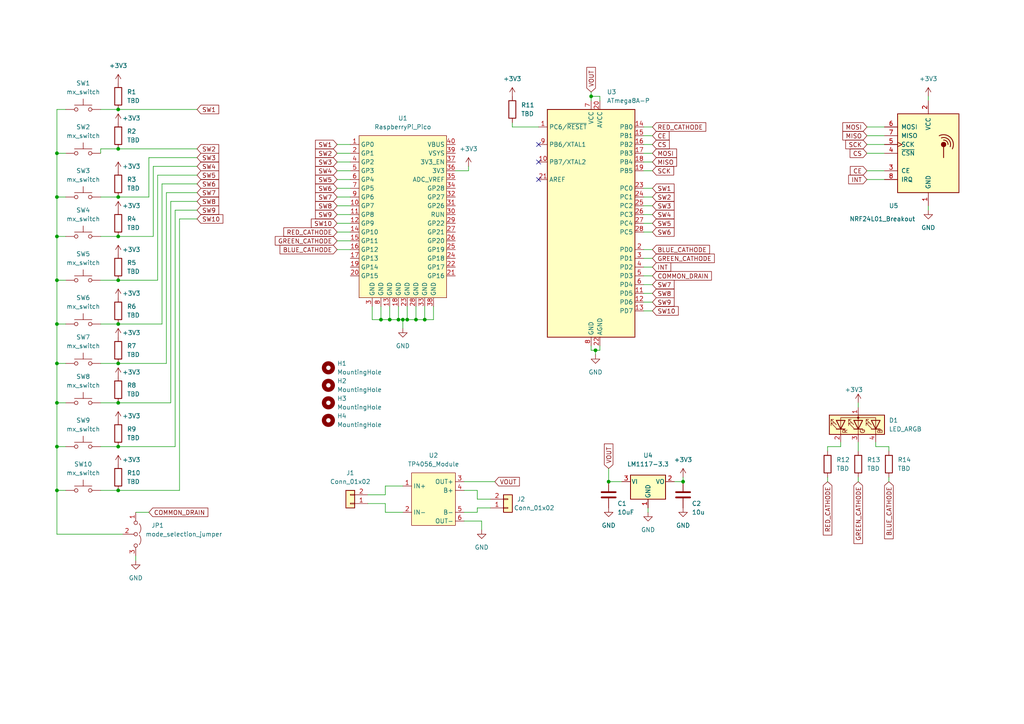
<source format=kicad_sch>
(kicad_sch (version 20211123) (generator eeschema)
  (paper "A4")
  (lib_symbols
    (symbol "Connector_Generic:Conn_01x02" (pin_names (offset 1.016) hide)
      (property "Reference" "J" (at 0 2.54 0))
      (property "Value" "Conn_01x02" (at 0 -5.08 0))
      (symbol "Conn_01x02_1_1"
        (rectangle (start -1.27 -2.413) (end 0 -2.667) (stroke (width 0.1524)))
        (rectangle (start -1.27 0.127) (end 0 -0.127) (stroke (width 0.1524)))
        (rectangle (start -1.27 1.27) (end 1.27 -3.81) (stroke (width 0.254)) (fill (type background)))
        (pin passive line (at -5.08 0 0) (length 3.81) (name "Pin_1") (number "1"))
        (pin passive line (at -5.08 -2.54 0) (length 3.81) (name "Pin_2") (number "2"))
      )
    )
    (symbol "Device:C" (pin_numbers hide) (pin_names (offset 0.254))
      (property "Reference" "C" (at 0.635 2.54 0))
      (property "Value" "C" (at 0.635 -2.54 0))
      (symbol "C_0_1"
        (polyline (pts (xy -2.032 -0.762) (xy 2.032 -0.762)) (stroke (width 0.508)))
        (polyline (pts (xy -2.032 0.762) (xy 2.032 0.762)) (stroke (width 0.508)))
      )
      (symbol "C_1_1"
        (pin passive line (at 0 3.81 270) (length 2.794) (name "~") (number "1"))
        (pin passive line (at 0 -3.81 90) (length 2.794) (name "~") (number "2"))
      )
    )
    (symbol "Device:LED_ARGB" (pin_names (offset 0) hide)
      (property "Reference" "D" (at 0 9.398 0))
      (property "Value" "LED_ARGB" (at 0 -8.89 0))
      (symbol "LED_ARGB_0_0"
        (text "B" (at -1.905 -6.35 0) (effects (font (size 1.27 1.27))))
        (text "G" (at -1.905 -1.27 0) (effects (font (size 1.27 1.27))))
        (text "R" (at -1.905 3.81 0) (effects (font (size 1.27 1.27))))
      )
      (symbol "LED_ARGB_0_1"
        (polyline (pts (xy -1.27 -5.08) (xy -2.54 -5.08)))
        (polyline (pts (xy -1.27 -5.08) (xy 1.27 -5.08)))
        (polyline (pts (xy -1.27 -3.81) (xy -1.27 -6.35)) (stroke (width 0.254)))
        (polyline (pts (xy -1.27 0) (xy -2.54 0)))
        (polyline (pts (xy -1.27 1.27) (xy -1.27 -1.27)) (stroke (width 0.254)))
        (polyline (pts (xy -1.27 5.08) (xy -2.54 5.08)))
        (polyline (pts (xy -1.27 5.08) (xy 1.27 5.08)))
        (polyline (pts (xy -1.27 6.35) (xy -1.27 3.81)) (stroke (width 0.254)))
        (polyline (pts (xy 1.27 0) (xy -1.27 0)))
        (polyline (pts (xy 1.27 0) (xy 2.54 0)))
        (polyline (pts (xy -1.27 1.27) (xy -1.27 -1.27) (xy -1.27 -1.27)))
        (polyline (pts (xy -1.27 6.35) (xy -1.27 3.81) (xy -1.27 3.81)))
        (polyline (pts (xy 1.27 -5.08) (xy 2.032 -5.08) (xy 2.032 5.08) (xy 1.27 5.08)))
        (polyline (pts (xy 1.27 -3.81) (xy 1.27 -6.35) (xy -1.27 -5.08) (xy 1.27 -3.81)) (stroke (width 0.254)))
        (polyline (pts (xy 1.27 1.27) (xy 1.27 -1.27) (xy -1.27 0) (xy 1.27 1.27)) (stroke (width 0.254)))
        (polyline (pts (xy 1.27 6.35) (xy 1.27 3.81) (xy -1.27 5.08) (xy 1.27 6.35)) (stroke (width 0.254)))
        (polyline (pts (xy -1.016 -3.81) (xy 0.508 -2.286) (xy -0.254 -2.286) (xy 0.508 -2.286) (xy 0.508 -3.048)))
        (polyline (pts (xy -1.016 1.27) (xy 0.508 2.794) (xy -0.254 2.794) (xy 0.508 2.794) (xy 0.508 2.032)))
        (polyline (pts (xy -1.016 6.35) (xy 0.508 7.874) (xy -0.254 7.874) (xy 0.508 7.874) (xy 0.508 7.112)))
        (polyline (pts (xy 0 -3.81) (xy 1.524 -2.286) (xy 0.762 -2.286) (xy 1.524 -2.286) (xy 1.524 -3.048)))
        (polyline (pts (xy 0 1.27) (xy 1.524 2.794) (xy 0.762 2.794) (xy 1.524 2.794) (xy 1.524 2.032)))
        (polyline (pts (xy 0 6.35) (xy 1.524 7.874) (xy 0.762 7.874) (xy 1.524 7.874) (xy 1.524 7.112)))
        (rectangle (start 1.27 -1.27) (end 1.27 1.27))
        (rectangle (start 1.27 1.27) (end 1.27 1.27))
        (rectangle (start 1.27 3.81) (end 1.27 6.35))
        (rectangle (start 1.27 6.35) (end 1.27 6.35))
        (circle (center 2.032 0) (radius 0.254) (fill (type outline)))
        (rectangle (start 2.794 8.382) (end -2.794 -7.62) (stroke (width 0.254)) (fill (type background)))
      )
      (symbol "LED_ARGB_1_1"
        (pin passive line (at 5.08 0 180) (length 2.54) (name "A") (number "1"))
        (pin passive line (at -5.08 5.08 0) (length 2.54) (name "RK") (number "2"))
        (pin passive line (at -5.08 0 0) (length 2.54) (name "GK") (number "3"))
        (pin passive line (at -5.08 -5.08 0) (length 2.54) (name "BK") (number "4"))
      )
    )
    (symbol "Device:R" (pin_numbers hide) (pin_names (offset 0))
      (property "Reference" "R" (at 2.032 0 90))
      (property "Value" "R" (at 0 0 90))
      (symbol "R_0_1"
        (rectangle (start -1.016 -2.54) (end 1.016 2.54) (stroke (width 0.254)))
      )
      (symbol "R_1_1"
        (pin passive line (at 0 3.81 270) (length 1.27) (name "~") (number "1"))
        (pin passive line (at 0 -3.81 90) (length 1.27) (name "~") (number "2"))
      )
    )
    (symbol "Jumper:Jumper_3_Open" (pin_names (offset 0) hide)
      (property "Reference" "JP" (at -2.54 -2.54 0))
      (property "Value" "Jumper_3_Open" (at 0 2.794 0))
      (symbol "Jumper_3_Open_0_0"
        (circle (center -3.302 0) (radius 0.508))
        (circle (center 0 0) (radius 0.508))
        (circle (center 3.302 0) (radius 0.508))
      )
      (symbol "Jumper_3_Open_0_1"
        (arc (start -0.254 1.016) (mid -1.651 1.4992) (end -3.048 1.016))
        (polyline (pts (xy 0 -0.508) (xy 0 -1.27)))
        (arc (start 3.048 1.016) (mid 1.651 1.4992) (end 0.254 1.016))
      )
      (symbol "Jumper_3_Open_1_1"
        (pin passive line (at -6.35 0 0) (length 2.54) (name "A") (number "1"))
        (pin passive line (at 0 -3.81 90) (length 2.54) (name "C") (number "2"))
        (pin passive line (at 6.35 0 180) (length 2.54) (name "B") (number "3"))
      )
    )
    (symbol "MCU_Microchip_ATmega:ATmega8A-P"
      (property "Reference" "U" (at -12.7 34.29 0))
      (property "Value" "ATmega8A-P" (at 5.08 -34.29 0))
      (symbol "ATmega8A-P_0_1"
        (rectangle (start -12.7 -33.02) (end 12.7 33.02) (stroke (width 0.254)) (fill (type background)))
      )
      (symbol "ATmega8A-P_1_1"
        (pin bidirectional line (at -15.24 27.94 0) (length 2.54) (name "PC6/~{RESET}") (number "1"))
        (pin bidirectional line (at -15.24 17.78 0) (length 2.54) (name "PB7/XTAL2") (number "10"))
        (pin bidirectional line (at 15.24 -20.32 180) (length 2.54) (name "PD5") (number "11"))
        (pin bidirectional line (at 15.24 -22.86 180) (length 2.54) (name "PD6") (number "12"))
        (pin bidirectional line (at 15.24 -25.4 180) (length 2.54) (name "PD7") (number "13"))
        (pin bidirectional line (at 15.24 27.94 180) (length 2.54) (name "PB0") (number "14"))
        (pin bidirectional line (at 15.24 25.4 180) (length 2.54) (name "PB1") (number "15"))
        (pin bidirectional line (at 15.24 22.86 180) (length 2.54) (name "PB2") (number "16"))
        (pin bidirectional line (at 15.24 20.32 180) (length 2.54) (name "PB3") (number "17"))
        (pin bidirectional line (at 15.24 17.78 180) (length 2.54) (name "PB4") (number "18"))
        (pin bidirectional line (at 15.24 15.24 180) (length 2.54) (name "PB5") (number "19"))
        (pin bidirectional line (at 15.24 -7.62 180) (length 2.54) (name "PD0") (number "2"))
        (pin power_in line (at 2.54 35.56 270) (length 2.54) (name "AVCC") (number "20"))
        (pin passive line (at -15.24 12.7 0) (length 2.54) (name "AREF") (number "21"))
        (pin power_in line (at 2.54 -35.56 90) (length 2.54) (name "AGND") (number "22"))
        (pin bidirectional line (at 15.24 10.16 180) (length 2.54) (name "PC0") (number "23"))
        (pin bidirectional line (at 15.24 7.62 180) (length 2.54) (name "PC1") (number "24"))
        (pin bidirectional line (at 15.24 5.08 180) (length 2.54) (name "PC2") (number "25"))
        (pin bidirectional line (at 15.24 2.54 180) (length 2.54) (name "PC3") (number "26"))
        (pin bidirectional line (at 15.24 0 180) (length 2.54) (name "PC4") (number "27"))
        (pin bidirectional line (at 15.24 -2.54 180) (length 2.54) (name "PC5") (number "28"))
        (pin bidirectional line (at 15.24 -10.16 180) (length 2.54) (name "PD1") (number "3"))
        (pin bidirectional line (at 15.24 -12.7 180) (length 2.54) (name "PD2") (number "4"))
        (pin bidirectional line (at 15.24 -15.24 180) (length 2.54) (name "PD3") (number "5"))
        (pin bidirectional line (at 15.24 -17.78 180) (length 2.54) (name "PD4") (number "6"))
        (pin power_in line (at 0 35.56 270) (length 2.54) (name "VCC") (number "7"))
        (pin power_in line (at 0 -35.56 90) (length 2.54) (name "GND") (number "8"))
        (pin bidirectional line (at -15.24 22.86 0) (length 2.54) (name "PB6/XTAL1") (number "9"))
      )
    )
    (symbol "Mechanical:MountingHole" (pin_names (offset 1.016))
      (property "Reference" "H" (at 0 5.08 0))
      (property "Value" "MountingHole" (at 0 3.175 0))
      (symbol "MountingHole_0_1"
        (circle (center 0 0) (radius 1.27) (stroke (width 1.27)))
      )
    )
    (symbol "RF:NRF24L01_Breakout" (pin_names (offset 1.016))
      (property "Reference" "U" (at -8.89 12.7 0))
      (property "Value" "NRF24L01_Breakout" (at 3.81 12.7 0))
      (symbol "NRF24L01_Breakout_0_1"
        (rectangle (start -8.89 11.43) (end 8.89 -11.43) (stroke (width 0.254)) (fill (type background)))
        (polyline (pts (xy 4.445 1.905) (xy 4.445 -1.27)) (stroke (width 0.254)))
        (circle (center 4.445 2.54) (radius 0.635) (stroke (width 0.254)) (fill (type outline)))
        (arc (start 5.715 2.54) (mid 5.3521 3.4546) (end 4.445 3.81) (stroke (width 0.254)))
        (arc (start 6.35 1.905) (mid 5.8763 3.9854) (end 3.81 4.445) (stroke (width 0.254)))
        (arc (start 6.985 1.27) (mid 6.453 4.548) (end 3.175 5.08) (stroke (width 0.254)))
      )
      (symbol "NRF24L01_Breakout_1_1"
        (pin power_in line (at 0 -15.24 90) (length 3.81) (name "GND") (number "1"))
        (pin power_in line (at 0 15.24 270) (length 3.81) (name "VCC") (number "2"))
        (pin input line (at -12.7 -5.08 0) (length 3.81) (name "CE") (number "3"))
        (pin input line (at -12.7 0 0) (length 3.81) (name "~{CSN}") (number "4"))
        (pin input clock (at -12.7 2.54 0) (length 3.81) (name "SCK") (number "5"))
        (pin input line (at -12.7 7.62 0) (length 3.81) (name "MOSI") (number "6"))
        (pin output line (at -12.7 5.08 0) (length 3.81) (name "MISO") (number "7"))
        (pin output line (at -12.7 -7.62 0) (length 3.81) (name "IRQ") (number "8"))
      )
    )
    (symbol "Regulator_Linear:LM1117-3.3" (pin_names (offset 0.254))
      (property "Reference" "U" (at -3.81 3.175 0))
      (property "Value" "LM1117-3.3" (at 0 3.175 0))
      (symbol "LM1117-3.3_0_1"
        (rectangle (start -5.08 -5.08) (end 5.08 1.905) (stroke (width 0.254)) (fill (type background)))
      )
      (symbol "LM1117-3.3_1_1"
        (pin power_in line (at 0 -7.62 90) (length 2.54) (name "GND") (number "1"))
        (pin power_out line (at 7.62 0 180) (length 2.54) (name "VO") (number "2"))
        (pin power_in line (at -7.62 0 0) (length 2.54) (name "VI") (number "3"))
      )
    )
    (symbol "Switch:SW_Push" (pin_numbers hide) (pin_names (offset 1.016) hide)
      (property "Reference" "SW" (at 1.27 2.54 0))
      (property "Value" "SW_Push" (at 0 -1.524 0))
      (symbol "SW_Push_0_1"
        (circle (center -2.032 0) (radius 0.508))
        (polyline (pts (xy 0 1.27) (xy 0 3.048)))
        (polyline (pts (xy 2.54 1.27) (xy -2.54 1.27)))
        (circle (center 2.032 0) (radius 0.508))
        (pin passive line (at -5.08 0 0) (length 2.54) (name "1") (number "1"))
        (pin passive line (at 5.08 0 180) (length 2.54) (name "2") (number "2"))
      )
    )
    (symbol "pi_pico:RaspberryPi_Pico"
      (property "Reference" "U" (at 0 5.08 0))
      (property "Value" "RaspberryPi_Pico" (at 0 2.54 0))
      (symbol "RaspberryPi_Pico_0_1"
        (rectangle (start -11.43 1.27) (end 13.97 -45.72) (fill (type background)))
      )
      (symbol "RaspberryPi_Pico_1_1"
        (pin input line (at -13.97 -1.27 0) (length 2.54) (name "GP0") (number "1"))
        (pin input line (at -13.97 -19.05 0) (length 2.54) (name "GP7") (number "10"))
        (pin input line (at -13.97 -21.59 0) (length 2.54) (name "GP8") (number "11"))
        (pin input line (at -13.97 -24.13 0) (length 2.54) (name "GP9") (number "12"))
        (pin input line (at -2.54 -48.26 90) (length 2.54) (name "GND") (number "13"))
        (pin input line (at -13.97 -26.67 0) (length 2.54) (name "GP10") (number "14"))
        (pin input line (at -13.97 -29.21 0) (length 2.54) (name "GP11") (number "15"))
        (pin input line (at -13.97 -31.75 0) (length 2.54) (name "GP12") (number "16"))
        (pin input line (at -13.97 -34.29 0) (length 2.54) (name "GP13") (number "17"))
        (pin input line (at 0 -48.26 90) (length 2.54) (name "GND") (number "18"))
        (pin input line (at -13.97 -36.83 0) (length 2.54) (name "GP14") (number "19"))
        (pin input line (at -13.97 -3.81 0) (length 2.54) (name "GP1") (number "2"))
        (pin input line (at -13.97 -39.37 0) (length 2.54) (name "GP15") (number "20"))
        (pin input line (at 16.51 -39.37 180) (length 2.54) (name "GP16") (number "21"))
        (pin input line (at 16.51 -36.83 180) (length 2.54) (name "GP17") (number "22"))
        (pin input line (at 2.54 -48.26 90) (length 2.54) (name "GND") (number "23"))
        (pin input line (at 16.51 -34.29 180) (length 2.54) (name "GP18") (number "24"))
        (pin input line (at 16.51 -31.75 180) (length 2.54) (name "GP19") (number "25"))
        (pin input line (at 16.51 -29.21 180) (length 2.54) (name "GP20") (number "26"))
        (pin input line (at 16.51 -26.67 180) (length 2.54) (name "GP21") (number "27"))
        (pin input line (at 5.08 -48.26 90) (length 2.54) (name "GND") (number "28"))
        (pin input line (at 16.51 -24.13 180) (length 2.54) (name "GP22") (number "29"))
        (pin input line (at -7.62 -48.26 90) (length 2.54) (name "GND") (number "3"))
        (pin input line (at 16.51 -21.59 180) (length 2.54) (name "RUN") (number "30"))
        (pin input line (at 16.51 -19.05 180) (length 2.54) (name "GP26") (number "31"))
        (pin input line (at 16.51 -16.51 180) (length 2.54) (name "GP27") (number "32"))
        (pin input line (at 7.62 -48.26 90) (length 2.54) (name "GND") (number "33"))
        (pin input line (at 16.51 -13.97 180) (length 2.54) (name "GP28") (number "34"))
        (pin input line (at 16.51 -11.43 180) (length 2.54) (name "ADC_VREF") (number "35"))
        (pin input line (at 16.51 -8.89 180) (length 2.54) (name "3V3") (number "36"))
        (pin input line (at 16.51 -6.35 180) (length 2.54) (name "3V3_EN") (number "37"))
        (pin input line (at 10.16 -48.26 90) (length 2.54) (name "GND") (number "38"))
        (pin input line (at 16.51 -3.81 180) (length 2.54) (name "VSYS") (number "39"))
        (pin input line (at -13.97 -6.35 0) (length 2.54) (name "GP2") (number "4"))
        (pin input line (at 16.51 -1.27 180) (length 2.54) (name "VBUS") (number "40"))
        (pin input line (at -13.97 -8.89 0) (length 2.54) (name "GP3") (number "5"))
        (pin input line (at -13.97 -11.43 0) (length 2.54) (name "GP4") (number "6"))
        (pin input line (at -13.97 -13.97 0) (length 2.54) (name "GP5") (number "7"))
        (pin input line (at -5.08 -48.26 90) (length 2.54) (name "GND") (number "8"))
        (pin input line (at -13.97 -16.51 0) (length 2.54) (name "GP6") (number "9"))
      )
    )
    (symbol "power:+3V3" (power) (pin_names (offset 0))
      (property "Value" "+3V3" (at 0 3.556 0))
      (symbol "+3V3_0_1"
        (polyline (pts (xy -0.762 1.27) (xy 0 2.54)))
        (polyline (pts (xy 0 0) (xy 0 2.54)))
        (polyline (pts (xy 0 2.54) (xy 0.762 1.27)))
      )
      (symbol "+3V3_1_1"
        (pin power_in line (at 0 0 90) (length 0) hide (name "+3V3") (number "1"))
      )
    )
    (symbol "power:GND" (power) (pin_names (offset 0))
      (property "Value" "GND" (at 0 -3.81 0))
      (symbol "GND_0_1"
        (polyline (pts (xy 0 0) (xy 0 -1.27) (xy 1.27 -1.27) (xy 0 -2.54) (xy -1.27 -1.27) (xy 0 -1.27)))
      )
      (symbol "GND_1_1"
        (pin power_in line (at 0 0 270) (length 0) hide (name "GND") (number "1"))
      )
    )
    (symbol "tp4056_module:TP4056_Module"
      (property "Reference" "U" (at 0 10.16 0))
      (property "Value" "TP4056_Module" (at 0 7.62 0))
      (symbol "TP4056_Module_0_1"
        (rectangle (start -6.35 6.35) (end 6.35 -8.89) (fill (type background)))
      )
      (symbol "TP4056_Module_1_1"
        (pin input line (at -8.89 2.54 0) (length 2.54) (name "IN+") (number "1"))
        (pin input line (at -8.89 -5.08 0) (length 2.54) (name "IN-") (number "2"))
        (pin input line (at 8.89 3.81 180) (length 2.54) (name "OUT+") (number "3"))
        (pin input line (at 8.89 1.27 180) (length 2.54) (name "B+") (number "4"))
        (pin input line (at 8.89 -5.08 180) (length 2.54) (name "B-") (number "5"))
        (pin input line (at 8.89 -7.62 180) (length 2.54) (name "OUT-") (number "6"))
      )
    )
  )
  (junction (at 16.51 105.41))
  (junction (at 34.29 57.15))
  (junction (at 120.65 92.71))
  (junction (at 16.51 93.98))
  (junction (at 34.29 116.84))
  (junction (at 34.29 81.28))
  (junction (at 110.49 92.71))
  (junction (at 16.51 44.45))
  (junction (at 118.11 92.71))
  (junction (at 34.29 142.24))
  (junction (at 116.84 92.71))
  (junction (at 176.53 139.7))
  (junction (at 16.51 57.15))
  (junction (at 198.12 139.7))
  (junction (at 34.29 43.18))
  (junction (at 34.29 105.41))
  (junction (at 16.51 116.84))
  (junction (at 171.45 27.94))
  (junction (at 34.29 31.75))
  (junction (at 172.72 101.6))
  (junction (at 123.19 92.71))
  (junction (at 113.03 92.71))
  (junction (at 34.29 93.98))
  (junction (at 16.51 81.28))
  (junction (at 34.29 68.58))
  (junction (at 16.51 129.54))
  (junction (at 16.51 68.58))
  (junction (at 16.51 142.24))
  (junction (at 34.29 129.54))
  (junction (at 115.57 92.71))
  (no_connect (at 156.21 52.07))
  (no_connect (at 156.21 41.91))
  (no_connect (at 156.21 46.99))
  (wire (pts (xy 251.46 39.37) (xy 256.54 39.37)))
  (wire (pts (xy 97.79 64.77) (xy 101.6 64.77)))
  (wire (pts (xy 16.51 81.28) (xy 16.51 93.98)))
  (wire (pts (xy 148.59 35.56) (xy 148.59 36.83)))
  (wire (pts (xy 186.69 62.23) (xy 189.23 62.23)))
  (wire (pts (xy 16.51 31.75) (xy 19.05 31.75)))
  (wire (pts (xy 44.45 68.58) (xy 34.29 68.58)))
  (wire (pts (xy 97.79 41.91) (xy 101.6 41.91)))
  (wire (pts (xy 97.79 52.07) (xy 101.6 52.07)))
  (wire (pts (xy 115.57 88.9) (xy 115.57 92.71)))
  (wire (pts (xy 186.69 74.93) (xy 189.23 74.93)))
  (wire (pts (xy 248.92 128.27) (xy 248.92 130.81)))
  (wire (pts (xy 187.96 147.32) (xy 187.96 148.59)))
  (wire (pts (xy 16.51 44.45) (xy 19.05 44.45)))
  (wire (pts (xy 57.15 48.26) (xy 44.45 48.26)))
  (wire (pts (xy 176.53 135.89) (xy 176.53 139.7)))
  (wire (pts (xy 120.65 92.71) (xy 118.11 92.71)))
  (wire (pts (xy 186.69 77.47) (xy 189.23 77.47)))
  (wire (pts (xy 138.43 148.59) (xy 134.62 148.59)))
  (wire (pts (xy 16.51 154.94) (xy 35.56 154.94)))
  (wire (pts (xy 111.76 148.59) (xy 111.76 146.05)))
  (wire (pts (xy 171.45 101.6) (xy 172.72 101.6)))
  (wire (pts (xy 111.76 143.51) (xy 106.68 143.51)))
  (wire (pts (xy 49.53 116.84) (xy 34.29 116.84)))
  (wire (pts (xy 148.59 36.83) (xy 156.21 36.83)))
  (wire (pts (xy 97.79 44.45) (xy 101.6 44.45)))
  (wire (pts (xy 97.79 62.23) (xy 101.6 62.23)))
  (wire (pts (xy 171.45 100.33) (xy 171.45 101.6)))
  (wire (pts (xy 29.21 43.18) (xy 29.21 44.45)))
  (wire (pts (xy 171.45 27.94) (xy 173.99 27.94)))
  (wire (pts (xy 29.21 81.28) (xy 34.29 81.28)))
  (wire (pts (xy 39.37 148.59) (xy 43.18 148.59)))
  (wire (pts (xy 172.72 102.87) (xy 172.72 101.6)))
  (wire (pts (xy 251.46 44.45) (xy 256.54 44.45)))
  (wire (pts (xy 50.8 60.96) (xy 57.15 60.96)))
  (wire (pts (xy 116.84 95.25) (xy 116.84 92.71)))
  (wire (pts (xy 16.51 142.24) (xy 19.05 142.24)))
  (wire (pts (xy 125.73 92.71) (xy 123.19 92.71)))
  (wire (pts (xy 111.76 140.97) (xy 116.84 140.97)))
  (wire (pts (xy 52.07 63.5) (xy 52.07 142.24)))
  (wire (pts (xy 16.51 105.41) (xy 16.51 116.84)))
  (wire (pts (xy 171.45 27.94) (xy 171.45 29.21)))
  (wire (pts (xy 50.8 129.54) (xy 50.8 60.96)))
  (wire (pts (xy 138.43 142.24) (xy 138.43 144.78)))
  (wire (pts (xy 34.29 57.15) (xy 29.21 57.15)))
  (wire (pts (xy 34.29 81.28) (xy 45.72 81.28)))
  (wire (pts (xy 142.24 147.32) (xy 138.43 147.32)))
  (wire (pts (xy 186.69 54.61) (xy 189.23 54.61)))
  (wire (pts (xy 16.51 116.84) (xy 19.05 116.84)))
  (wire (pts (xy 189.23 80.01) (xy 186.69 80.01)))
  (wire (pts (xy 248.92 138.43) (xy 248.92 139.7)))
  (wire (pts (xy 57.15 53.34) (xy 46.99 53.34)))
  (wire (pts (xy 48.26 55.88) (xy 57.15 55.88)))
  (wire (pts (xy 240.03 129.54) (xy 240.03 130.81)))
  (wire (pts (xy 173.99 27.94) (xy 173.99 29.21)))
  (wire (pts (xy 16.51 57.15) (xy 16.51 68.58)))
  (wire (pts (xy 16.51 142.24) (xy 16.51 154.94)))
  (wire (pts (xy 34.29 116.84) (xy 29.21 116.84)))
  (wire (pts (xy 49.53 58.42) (xy 49.53 116.84)))
  (wire (pts (xy 186.69 39.37) (xy 189.23 39.37)))
  (wire (pts (xy 186.69 64.77) (xy 189.23 64.77)))
  (wire (pts (xy 248.92 116.84) (xy 248.92 118.11)))
  (wire (pts (xy 138.43 147.32) (xy 138.43 148.59)))
  (wire (pts (xy 16.51 57.15) (xy 16.51 44.45)))
  (wire (pts (xy 186.69 87.63) (xy 189.23 87.63)))
  (wire (pts (xy 16.51 68.58) (xy 16.51 81.28)))
  (wire (pts (xy 29.21 129.54) (xy 34.29 129.54)))
  (wire (pts (xy 134.62 139.7) (xy 143.51 139.7)))
  (wire (pts (xy 240.03 138.43) (xy 240.03 139.7)))
  (wire (pts (xy 97.79 67.31) (xy 101.6 67.31)))
  (wire (pts (xy 43.18 45.72) (xy 43.18 57.15)))
  (wire (pts (xy 186.69 57.15) (xy 189.23 57.15)))
  (wire (pts (xy 243.84 129.54) (xy 240.03 129.54)))
  (wire (pts (xy 16.51 129.54) (xy 16.51 142.24)))
  (wire (pts (xy 97.79 46.99) (xy 101.6 46.99)))
  (wire (pts (xy 176.53 139.7) (xy 180.34 139.7)))
  (wire (pts (xy 107.95 92.71) (xy 107.95 88.9)))
  (wire (pts (xy 29.21 105.41) (xy 34.29 105.41)))
  (wire (pts (xy 16.51 68.58) (xy 19.05 68.58)))
  (wire (pts (xy 186.69 41.91) (xy 189.23 41.91)))
  (wire (pts (xy 39.37 161.29) (xy 39.37 162.56)))
  (wire (pts (xy 34.29 43.18) (xy 29.21 43.18)))
  (wire (pts (xy 97.79 72.39) (xy 101.6 72.39)))
  (wire (pts (xy 186.69 59.69) (xy 189.23 59.69)))
  (wire (pts (xy 123.19 88.9) (xy 123.19 92.71)))
  (wire (pts (xy 172.72 101.6) (xy 173.99 101.6)))
  (wire (pts (xy 43.18 57.15) (xy 34.29 57.15)))
  (wire (pts (xy 115.57 92.71) (xy 113.03 92.71)))
  (wire (pts (xy 110.49 88.9) (xy 110.49 92.71)))
  (wire (pts (xy 251.46 41.91) (xy 256.54 41.91)))
  (wire (pts (xy 34.29 129.54) (xy 50.8 129.54)))
  (wire (pts (xy 186.69 46.99) (xy 189.23 46.99)))
  (wire (pts (xy 269.24 27.94) (xy 269.24 29.21)))
  (wire (pts (xy 57.15 58.42) (xy 49.53 58.42)))
  (wire (pts (xy 186.69 85.09) (xy 189.23 85.09)))
  (wire (pts (xy 16.51 105.41) (xy 19.05 105.41)))
  (wire (pts (xy 139.7 153.67) (xy 139.7 151.13)))
  (wire (pts (xy 16.51 81.28) (xy 19.05 81.28)))
  (wire (pts (xy 198.12 139.7) (xy 198.12 138.43)))
  (wire (pts (xy 173.99 101.6) (xy 173.99 100.33)))
  (wire (pts (xy 46.99 53.34) (xy 46.99 93.98)))
  (wire (pts (xy 251.46 49.53) (xy 256.54 49.53)))
  (wire (pts (xy 186.69 49.53) (xy 189.23 49.53)))
  (wire (pts (xy 171.45 26.67) (xy 171.45 27.94)))
  (wire (pts (xy 97.79 69.85) (xy 101.6 69.85)))
  (wire (pts (xy 186.69 67.31) (xy 189.23 67.31)))
  (wire (pts (xy 16.51 57.15) (xy 19.05 57.15)))
  (wire (pts (xy 269.24 59.69) (xy 269.24 60.96)))
  (wire (pts (xy 16.51 44.45) (xy 16.51 31.75)))
  (wire (pts (xy 116.84 92.71) (xy 115.57 92.71)))
  (wire (pts (xy 106.68 146.05) (xy 111.76 146.05)))
  (wire (pts (xy 29.21 93.98) (xy 34.29 93.98)))
  (wire (pts (xy 254 128.27) (xy 254 129.54)))
  (wire (pts (xy 251.46 52.07) (xy 256.54 52.07)))
  (wire (pts (xy 118.11 88.9) (xy 118.11 92.71)))
  (wire (pts (xy 110.49 92.71) (xy 107.95 92.71)))
  (wire (pts (xy 16.51 93.98) (xy 16.51 105.41)))
  (wire (pts (xy 34.29 93.98) (xy 46.99 93.98)))
  (wire (pts (xy 57.15 45.72) (xy 43.18 45.72)))
  (wire (pts (xy 118.11 92.71) (xy 116.84 92.71)))
  (wire (pts (xy 34.29 68.58) (xy 29.21 68.58)))
  (wire (pts (xy 57.15 63.5) (xy 52.07 63.5)))
  (wire (pts (xy 97.79 59.69) (xy 101.6 59.69)))
  (wire (pts (xy 45.72 81.28) (xy 45.72 50.8)))
  (wire (pts (xy 34.29 105.41) (xy 48.26 105.41)))
  (wire (pts (xy 97.79 54.61) (xy 101.6 54.61)))
  (wire (pts (xy 186.69 44.45) (xy 189.23 44.45)))
  (wire (pts (xy 135.89 49.53) (xy 135.89 48.26)))
  (wire (pts (xy 186.69 72.39) (xy 189.23 72.39)))
  (wire (pts (xy 134.62 142.24) (xy 138.43 142.24)))
  (wire (pts (xy 257.81 138.43) (xy 257.81 139.7)))
  (wire (pts (xy 97.79 49.53) (xy 101.6 49.53)))
  (wire (pts (xy 48.26 105.41) (xy 48.26 55.88)))
  (wire (pts (xy 116.84 148.59) (xy 111.76 148.59)))
  (wire (pts (xy 44.45 48.26) (xy 44.45 68.58)))
  (wire (pts (xy 52.07 142.24) (xy 34.29 142.24)))
  (wire (pts (xy 125.73 88.9) (xy 125.73 92.71)))
  (wire (pts (xy 34.29 31.75) (xy 29.21 31.75)))
  (wire (pts (xy 57.15 43.18) (xy 34.29 43.18)))
  (wire (pts (xy 111.76 140.97) (xy 111.76 143.51)))
  (wire (pts (xy 138.43 144.78) (xy 142.24 144.78)))
  (wire (pts (xy 16.51 93.98) (xy 19.05 93.98)))
  (wire (pts (xy 120.65 88.9) (xy 120.65 92.71)))
  (wire (pts (xy 243.84 128.27) (xy 243.84 129.54)))
  (wire (pts (xy 113.03 88.9) (xy 113.03 92.71)))
  (wire (pts (xy 186.69 90.17) (xy 189.23 90.17)))
  (wire (pts (xy 139.7 151.13) (xy 134.62 151.13)))
  (wire (pts (xy 132.08 49.53) (xy 135.89 49.53)))
  (wire (pts (xy 16.51 116.84) (xy 16.51 129.54)))
  (wire (pts (xy 34.29 31.75) (xy 57.15 31.75)))
  (wire (pts (xy 123.19 92.71) (xy 120.65 92.71)))
  (wire (pts (xy 257.81 129.54) (xy 257.81 130.81)))
  (wire (pts (xy 195.58 139.7) (xy 198.12 139.7)))
  (wire (pts (xy 186.69 36.83) (xy 189.23 36.83)))
  (wire (pts (xy 19.05 129.54) (xy 16.51 129.54)))
  (wire (pts (xy 113.03 92.71) (xy 110.49 92.71)))
  (wire (pts (xy 254 129.54) (xy 257.81 129.54)))
  (wire (pts (xy 45.72 50.8) (xy 57.15 50.8)))
  (wire (pts (xy 97.79 57.15) (xy 101.6 57.15)))
  (wire (pts (xy 186.69 82.55) (xy 189.23 82.55)))
  (wire (pts (xy 34.29 142.24) (xy 29.21 142.24)))
  (wire (pts (xy 251.46 36.83) (xy 256.54 36.83)))
  (global_label "SW3" (shape input) (at 97.79 46.99 180) (property "Intersheet References" "${INTERSHEET_REFS}" (effects hide)))
  (global_label "GREEN_CATHODE" (shape input) (at 248.92 139.7 270) (property "Intersheet References" "${INTERSHEET_REFS}" (effects hide)))
  (global_label "SW3" (shape input) (at 189.23 59.69 0) (property "Intersheet References" "${INTERSHEET_REFS}" (effects hide)))
  (global_label "MOSI" (shape input) (at 189.23 44.45 0) (property "Intersheet References" "${INTERSHEET_REFS}" (effects hide)))
  (global_label "SW9" (shape input) (at 97.79 62.23 180) (property "Intersheet References" "${INTERSHEET_REFS}" (effects hide)))
  (global_label "SW10" (shape input) (at 189.23 90.17 0) (property "Intersheet References" "${INTERSHEET_REFS}" (effects hide)))
  (global_label "SW4" (shape input) (at 57.15 48.26 0) (property "Intersheet References" "${INTERSHEET_REFS}" (effects hide)))
  (global_label "SW9" (shape input) (at 189.23 87.63 0) (property "Intersheet References" "${INTERSHEET_REFS}" (effects hide)))
  (global_label "SW4" (shape input) (at 189.23 62.23 0) (property "Intersheet References" "${INTERSHEET_REFS}" (effects hide)))
  (global_label "SW2" (shape input) (at 57.15 43.18 0) (property "Intersheet References" "${INTERSHEET_REFS}" (effects hide)))
  (global_label "COMMON_DRAIN" (shape input) (at 189.23 80.01 0) (property "Intersheet References" "${INTERSHEET_REFS}" (effects hide)))
  (global_label "SW2" (shape input) (at 97.79 44.45 180) (property "Intersheet References" "${INTERSHEET_REFS}" (effects hide)))
  (global_label "SW4" (shape input) (at 97.79 49.53 180) (property "Intersheet References" "${INTERSHEET_REFS}" (effects hide)))
  (global_label "SW7" (shape input) (at 189.23 82.55 0) (property "Intersheet References" "${INTERSHEET_REFS}" (effects hide)))
  (global_label "INT" (shape input) (at 189.23 77.47 0) (property "Intersheet References" "${INTERSHEET_REFS}" (effects hide)))
  (global_label "SW1" (shape input) (at 189.23 54.61 0) (property "Intersheet References" "${INTERSHEET_REFS}" (effects hide)))
  (global_label "SW10" (shape input) (at 97.79 64.77 180) (property "Intersheet References" "${INTERSHEET_REFS}" (effects hide)))
  (global_label "SW6" (shape input) (at 97.79 54.61 180) (property "Intersheet References" "${INTERSHEET_REFS}" (effects hide)))
  (global_label "SW5" (shape input) (at 189.23 64.77 0) (property "Intersheet References" "${INTERSHEET_REFS}" (effects hide)))
  (global_label "SW10" (shape input) (at 57.15 63.5 0) (property "Intersheet References" "${INTERSHEET_REFS}" (effects hide)))
  (global_label "SW8" (shape input) (at 189.23 85.09 0) (property "Intersheet References" "${INTERSHEET_REFS}" (effects hide)))
  (global_label "RED_CATHODE" (shape input) (at 97.79 67.31 180) (property "Intersheet References" "${INTERSHEET_REFS}" (effects hide)))
  (global_label "SCK" (shape input) (at 251.46 41.91 180) (property "Intersheet References" "${INTERSHEET_REFS}" (effects hide)))
  (global_label "SW5" (shape input) (at 97.79 52.07 180) (property "Intersheet References" "${INTERSHEET_REFS}" (effects hide)))
  (global_label "GREEN_CATHODE" (shape input) (at 97.79 69.85 180) (property "Intersheet References" "${INTERSHEET_REFS}" (effects hide)))
  (global_label "CE" (shape input) (at 251.46 49.53 180) (property "Intersheet References" "${INTERSHEET_REFS}" (effects hide)))
  (global_label "MISO" (shape input) (at 189.23 46.99 0) (property "Intersheet References" "${INTERSHEET_REFS}" (effects hide)))
  (global_label "MOSI" (shape input) (at 251.46 36.83 180) (property "Intersheet References" "${INTERSHEET_REFS}" (effects hide)))
  (global_label "SW2" (shape input) (at 189.23 57.15 0) (property "Intersheet References" "${INTERSHEET_REFS}" (effects hide)))
  (global_label "SW6" (shape input) (at 189.23 67.31 0) (property "Intersheet References" "${INTERSHEET_REFS}" (effects hide)))
  (global_label "COMMON_DRAIN" (shape input) (at 43.18 148.59 0) (property "Intersheet References" "${INTERSHEET_REFS}" (effects hide)))
  (global_label "BLUE_CATHODE" (shape input) (at 189.23 72.39 0) (property "Intersheet References" "${INTERSHEET_REFS}" (effects hide)))
  (global_label "SW8" (shape input) (at 97.79 59.69 180) (property "Intersheet References" "${INTERSHEET_REFS}" (effects hide)))
  (global_label "SW5" (shape input) (at 57.15 50.8 0) (property "Intersheet References" "${INTERSHEET_REFS}" (effects hide)))
  (global_label "SW8" (shape input) (at 57.15 58.42 0) (property "Intersheet References" "${INTERSHEET_REFS}" (effects hide)))
  (global_label "SCK" (shape input) (at 189.23 49.53 0) (property "Intersheet References" "${INTERSHEET_REFS}" (effects hide)))
  (global_label "RED_CATHODE" (shape input) (at 189.23 36.83 0) (property "Intersheet References" "${INTERSHEET_REFS}" (effects hide)))
  (global_label "SW1" (shape input) (at 97.79 41.91 180) (property "Intersheet References" "${INTERSHEET_REFS}" (effects hide)))
  (global_label "SW6" (shape input) (at 57.15 53.34 0) (property "Intersheet References" "${INTERSHEET_REFS}" (effects hide)))
  (global_label "RED_CATHODE" (shape input) (at 240.03 139.7 270) (property "Intersheet References" "${INTERSHEET_REFS}" (effects hide)))
  (global_label "SW1" (shape input) (at 57.15 31.75 0) (property "Intersheet References" "${INTERSHEET_REFS}" (effects hide)))
  (global_label "BLUE_CATHODE" (shape input) (at 97.79 72.39 180) (property "Intersheet References" "${INTERSHEET_REFS}" (effects hide)))
  (global_label "MISO" (shape input) (at 251.46 39.37 180) (property "Intersheet References" "${INTERSHEET_REFS}" (effects hide)))
  (global_label "VOUT" (shape input) (at 176.53 135.89 90) (property "Intersheet References" "${INTERSHEET_REFS}" (effects hide)))
  (global_label "VOUT" (shape input) (at 143.51 139.7 0) (property "Intersheet References" "${INTERSHEET_REFS}" (effects hide)))
  (global_label "SW3" (shape input) (at 57.15 45.72 0) (property "Intersheet References" "${INTERSHEET_REFS}" (effects hide)))
  (global_label "SW7" (shape input) (at 97.79 57.15 180) (property "Intersheet References" "${INTERSHEET_REFS}" (effects hide)))
  (global_label "VOUT" (shape input) (at 171.45 26.67 90) (property "Intersheet References" "${INTERSHEET_REFS}" (effects hide)))
  (global_label "SW9" (shape input) (at 57.15 60.96 0) (property "Intersheet References" "${INTERSHEET_REFS}" (effects hide)))
  (global_label "CE" (shape input) (at 189.23 39.37 0) (property "Intersheet References" "${INTERSHEET_REFS}" (effects hide)))
  (global_label "GREEN_CATHODE" (shape input) (at 189.23 74.93 0) (property "Intersheet References" "${INTERSHEET_REFS}" (effects hide)))
  (global_label "BLUE_CATHODE" (shape input) (at 257.81 139.7 270) (property "Intersheet References" "${INTERSHEET_REFS}" (effects hide)))
  (global_label "CS" (shape input) (at 189.23 41.91 0) (property "Intersheet References" "${INTERSHEET_REFS}" (effects hide)))
  (global_label "CS" (shape input) (at 251.46 44.45 180) (property "Intersheet References" "${INTERSHEET_REFS}" (effects hide)))
  (global_label "INT" (shape input) (at 251.46 52.07 180) (property "Intersheet References" "${INTERSHEET_REFS}" (effects hide)))
  (global_label "SW7" (shape input) (at 57.15 55.88 0) (property "Intersheet References" "${INTERSHEET_REFS}" (effects hide)))
  (symbol (lib_id "Device:R") (at 34.29 53.34 0) (unit 1)
    (property "Reference" "R3" (at 36.83 52.0699 0) (effects (justify left)))
    (property "Value" "TBD" (at 36.83 54.6099 0) (effects (justify left)))
    (property "Footprint" "Resistor_SMD:R_1206_3216Metric" (effects hide))
  )
  (symbol (lib_id "power:GND") (at 39.37 162.56 0) (unit 1)
    (property "Reference" "#PWR0101" (effects hide))
    (property "Value" "GND" (at 39.37 167.64 0))
  )
  (symbol (lib_id "pi_pico:RaspberryPi_Pico") (at 115.57 40.64 0) (unit 1)
    (property "Reference" "U1" (at 116.84 34.29 0))
    (property "Value" "RaspberryPi_Pico" (at 116.84 36.83 0))
    (property "Footprint" "pi_pico:raspberry_pi_pico" (effects hide))
    (property "Datasheet" "https://www.raspberrypi.com/documentation/microcontrollers/raspberry-pi-pico.html#design-files" (effects hide))
  )
  (symbol (lib_id "Switch:SW_Push") (at 24.13 93.98 0) (unit 1)
    (property "Reference" "SW6" (at 24.13 86.36 0))
    (property "Value" "mx_switch" (at 24.13 88.9 0))
    (property "Footprint" "Button_Switch_Keyboard:SW_Cherry_MX_1.00u_PCB" (effects hide))
  )
  (symbol (lib_id "Device:R") (at 34.29 39.37 0) (unit 1)
    (property "Reference" "R2" (at 36.83 38.0999 0) (effects (justify left)))
    (property "Value" "TBD" (at 36.83 40.6399 0) (effects (justify left)))
    (property "Footprint" "Resistor_SMD:R_1206_3216Metric" (effects hide))
  )
  (symbol (lib_id "Switch:SW_Push") (at 24.13 116.84 0) (unit 1)
    (property "Reference" "SW8" (at 24.13 109.22 0))
    (property "Value" "mx_switch" (at 24.13 111.76 0))
    (property "Footprint" "Button_Switch_Keyboard:SW_Cherry_MX_1.00u_PCB" (effects hide))
  )
  (symbol (lib_id "Device:R") (at 34.29 101.6 0) (unit 1)
    (property "Reference" "R7" (at 36.83 100.3299 0) (effects (justify left)))
    (property "Value" "TBD" (at 36.83 102.8699 0) (effects (justify left)))
    (property "Footprint" "Resistor_SMD:R_1206_3216Metric" (effects hide))
  )
  (symbol (lib_id "Device:R") (at 240.03 134.62 0) (unit 1)
    (property "Reference" "R12" (at 242.57 133.3499 0) (effects (justify left)))
    (property "Value" "TBD" (at 242.57 135.8899 0) (effects (justify left)))
    (property "Footprint" "Resistor_SMD:R_1206_3216Metric" (effects hide))
  )
  (symbol (lib_id "power:+3V3") (at 34.29 109.22 0) (unit 1)
    (property "Reference" "#PWR0107" (effects hide))
    (property "Value" "+3V3" (at 38.1 107.95 0))
  )
  (symbol (lib_id "Device:LED_ARGB") (at 248.92 123.19 90) (unit 1)
    (property "Reference" "D1" (at 257.81 121.9199 90) (effects (justify right)))
    (property "Value" "LED_ARGB" (at 257.81 124.4599 90) (effects (justify right)))
    (property "Footprint" "Connector_PinHeader_1.27mm:PinHeader_1x04_P1.27mm_Vertical" (effects hide))
  )
  (symbol (lib_id "Regulator_Linear:LM1117-3.3") (at 187.96 139.7 0) (unit 1)
    (property "Reference" "U4" (at 187.96 132.08 0))
    (property "Value" "LM1117-3.3" (at 187.96 134.62 0))
    (property "Footprint" "Package_TO_SOT_SMD:SOT-223" (effects hide))
    (property "Datasheet" "http://www.ti.com/lit/ds/symlink/lm1117.pdf" (effects hide))
  )
  (symbol (lib_id "power:+3V3") (at 34.29 35.56 0) (unit 1)
    (property "Reference" "#PWR0108" (effects hide))
    (property "Value" "+3V3" (at 38.1 34.29 0))
  )
  (symbol (lib_id "power:GND") (at 198.12 147.32 0) (unit 1)
    (property "Reference" "#PWR07" (effects hide))
    (property "Value" "GND" (at 198.12 152.4 0))
  )
  (symbol (lib_id "Mechanical:MountingHole") (at 95.25 121.92 0) (unit 1)
    (property "Reference" "H4" (at 97.79 120.6499 0) (effects (justify left)))
    (property "Value" "MountingHole" (at 97.79 123.1899 0) (effects (justify left)))
    (property "Footprint" "MountingHole:MountingHole_5mm" (effects hide))
  )
  (symbol (lib_id "Device:R") (at 248.92 134.62 0) (unit 1)
    (property "Reference" "R13" (at 251.46 133.3499 0) (effects (justify left)))
    (property "Value" "TBD" (at 251.46 135.8899 0) (effects (justify left)))
    (property "Footprint" "Resistor_SMD:R_1206_3216Metric" (effects hide))
  )
  (symbol (lib_id "Device:R") (at 148.59 31.75 0) (unit 1)
    (property "Reference" "R11" (at 151.13 30.4799 0) (effects (justify left)))
    (property "Value" "TBD" (at 151.13 33.0199 0) (effects (justify left)))
    (property "Footprint" "Resistor_SMD:R_1206_3216Metric" (effects hide))
  )
  (symbol (lib_id "Device:R") (at 34.29 64.77 0) (unit 1)
    (property "Reference" "R4" (at 36.83 63.4999 0) (effects (justify left)))
    (property "Value" "TBD" (at 36.83 66.0399 0) (effects (justify left)))
    (property "Footprint" "Resistor_SMD:R_1206_3216Metric" (effects hide))
  )
  (symbol (lib_id "power:+3V3") (at 34.29 86.36 0) (unit 1)
    (property "Reference" "#PWR0104" (effects hide))
    (property "Value" "+3V3" (at 38.1 85.09 0))
  )
  (symbol (lib_id "Device:C") (at 198.12 143.51 0) (unit 1)
    (property "Reference" "C2" (at 200.66 146.05 0) (effects (justify left)))
    (property "Value" "10u" (at 200.66 148.59 0) (effects (justify left)))
    (property "Footprint" "Capacitor_SMD:C_0805_2012Metric_Pad1.18x1.45mm_HandSolder" (effects hide))
  )
  (symbol (lib_id "power:GND") (at 116.84 95.25 0) (unit 1)
    (property "Reference" "#PWR01" (effects hide))
    (property "Value" "GND" (at 116.84 100.33 0))
  )
  (symbol (lib_id "power:+3V3") (at 34.29 134.62 0) (unit 1)
    (property "Reference" "#PWR0105" (effects hide))
    (property "Value" "+3V3" (at 38.1 133.35 0))
  )
  (symbol (lib_id "Switch:SW_Push") (at 24.13 68.58 0) (unit 1)
    (property "Reference" "SW4" (at 24.13 60.96 0))
    (property "Value" "mx_switch" (at 24.13 63.5 0))
    (property "Footprint" "Button_Switch_Keyboard:SW_Cherry_MX_1.00u_PCB" (effects hide))
  )
  (symbol (lib_id "power:+3V3") (at 198.12 138.43 0) (unit 1)
    (property "Reference" "#PWR06" (effects hide))
    (property "Value" "+3V3" (at 198.12 133.35 0))
  )
  (symbol (lib_id "tp4056_module:TP4056_Module") (at 125.73 143.51 0) (unit 1)
    (property "Reference" "U2" (at 125.73 132.08 0))
    (property "Value" "TP4056_Module" (at 125.73 134.62 0))
    (property "Footprint" "modules:tp4056_module" (effects hide))
  )
  (symbol (lib_id "Connector_Generic:Conn_01x02") (at 147.32 147.32 0) (mirror x) (unit 1)
    (property "Reference" "J2" (at 151.13 144.78 0))
    (property "Value" "Conn_01x02" (at 154.94 147.32 0))
    (property "Footprint" "Connector_PinHeader_2.54mm:PinHeader_1x02_P2.54mm_Vertical" (effects hide))
  )
  (symbol (lib_id "power:+3V3") (at 34.29 97.79 0) (unit 1)
    (property "Reference" "#PWR0102" (effects hide))
    (property "Value" "+3V3" (at 38.1 96.52 0))
  )
  (symbol (lib_id "Switch:SW_Push") (at 24.13 81.28 0) (unit 1)
    (property "Reference" "SW5" (at 24.13 73.66 0))
    (property "Value" "mx_switch" (at 24.13 76.2 0))
    (property "Footprint" "Button_Switch_Keyboard:SW_Cherry_MX_1.00u_PCB" (effects hide))
  )
  (symbol (lib_id "Device:R") (at 257.81 134.62 0) (unit 1)
    (property "Reference" "R14" (at 260.35 133.3499 0) (effects (justify left)))
    (property "Value" "TBD" (at 260.35 135.8899 0) (effects (justify left)))
    (property "Footprint" "Resistor_SMD:R_1206_3216Metric" (effects hide))
  )
  (symbol (lib_id "Device:R") (at 34.29 90.17 0) (unit 1)
    (property "Reference" "R6" (at 36.83 88.8999 0) (effects (justify left)))
    (property "Value" "TBD" (at 36.83 91.4399 0) (effects (justify left)))
    (property "Footprint" "Resistor_SMD:R_1206_3216Metric" (effects hide))
  )
  (symbol (lib_id "power:+3V3") (at 34.29 60.96 0) (unit 1)
    (property "Reference" "#PWR0110" (effects hide))
    (property "Value" "+3V3" (at 38.1 59.69 0))
  )
  (symbol (lib_id "power:GND") (at 176.53 147.32 0) (unit 1)
    (property "Reference" "#PWR04" (effects hide))
    (property "Value" "GND" (at 176.53 152.4 0))
  )
  (symbol (lib_id "Device:R") (at 34.29 77.47 0) (unit 1)
    (property "Reference" "R5" (at 36.83 76.1999 0) (effects (justify left)))
    (property "Value" "TBD" (at 36.83 78.7399 0) (effects (justify left)))
    (property "Footprint" "Resistor_SMD:R_1206_3216Metric" (effects hide))
  )
  (symbol (lib_id "Mechanical:MountingHole") (at 95.25 116.84 0) (unit 1)
    (property "Reference" "H3" (at 97.79 115.5699 0) (effects (justify left)))
    (property "Value" "MountingHole" (at 97.79 118.1099 0) (effects (justify left)))
    (property "Footprint" "MountingHole:MountingHole_5mm" (effects hide))
  )
  (symbol (lib_id "power:GND") (at 172.72 102.87 0) (unit 1)
    (property "Reference" "#PWR0112" (effects hide))
    (property "Value" "GND" (at 172.72 107.95 0))
  )
  (symbol (lib_id "MCU_Microchip_ATmega:ATmega8A-P") (at 171.45 64.77 0) (unit 1)
    (property "Reference" "U3" (at 176.0094 26.67 0) (effects (justify left)))
    (property "Value" "ATmega8A-P" (at 176.0094 29.21 0) (effects (justify left)))
    (property "Footprint" "Package_DIP:DIP-28_W7.62mm" (effects hide))
    (property "Datasheet" "http://ww1.microchip.com/downloads/en/DeviceDoc/Microchip%208bit%20mcu%20AVR%20ATmega8A%20data%20sheet%2040001974A.pdf" (effects hide))
  )
  (symbol (lib_id "Device:C") (at 176.53 143.51 0) (unit 1)
    (property "Reference" "C1" (at 179.07 146.05 0) (effects (justify left)))
    (property "Value" "10uF" (at 179.07 148.59 0) (effects (justify left)))
    (property "Footprint" "Capacitor_SMD:C_0805_2012Metric_Pad1.18x1.45mm_HandSolder" (effects hide))
  )
  (symbol (lib_id "Device:R") (at 34.29 27.94 0) (unit 1)
    (property "Reference" "R1" (at 36.83 26.6699 0) (effects (justify left)))
    (property "Value" "TBD" (at 36.83 29.2099 0) (effects (justify left)))
    (property "Footprint" "Resistor_SMD:R_1206_3216Metric" (effects hide))
  )
  (symbol (lib_id "Device:R") (at 34.29 125.73 0) (unit 1)
    (property "Reference" "R9" (at 36.83 124.4599 0) (effects (justify left)))
    (property "Value" "TBD" (at 36.83 126.9999 0) (effects (justify left)))
    (property "Footprint" "Resistor_SMD:R_1206_3216Metric" (effects hide))
  )
  (symbol (lib_id "RF:NRF24L01_Breakout") (at 269.24 44.45 0) (unit 1)
    (property "Reference" "U5" (at 257.81 59.69 0) (effects (justify left)))
    (property "Value" "NRF24L01_Breakout" (at 246.38 63.5 0) (effects (justify left)))
    (property "Footprint" "RF_Module:nRF24L01_Breakout" (effects hide))
    (property "Datasheet" "http://www.nordicsemi.com/eng/content/download/2730/34105/file/nRF24L01_Product_Specification_v2_0.pdf" (effects hide))
  )
  (symbol (lib_id "power:+3V3") (at 34.29 24.13 0) (unit 1)
    (property "Reference" "#PWR0109" (effects hide))
    (property "Value" "+3V3" (at 34.29 19.05 0))
  )
  (symbol (lib_id "power:+3V3") (at 148.59 27.94 0) (unit 1)
    (property "Reference" "#PWR0115" (effects hide))
    (property "Value" "+3V3" (at 148.59 22.86 0))
  )
  (symbol (lib_id "power:GND") (at 187.96 148.59 0) (unit 1)
    (property "Reference" "#PWR05" (effects hide))
    (property "Value" "GND" (at 187.96 153.67 0))
  )
  (symbol (lib_id "power:GND") (at 139.7 153.67 0) (unit 1)
    (property "Reference" "#PWR03" (effects hide))
    (property "Value" "GND" (at 139.7 158.75 0))
  )
  (symbol (lib_id "power:+3V3") (at 34.29 49.53 0) (unit 1)
    (property "Reference" "#PWR0111" (effects hide))
    (property "Value" "+3V3" (at 38.1 48.26 0))
  )
  (symbol (lib_id "power:+3V3") (at 34.29 73.66 0) (unit 1)
    (property "Reference" "#PWR0103" (effects hide))
    (property "Value" "+3V3" (at 38.1 72.39 0))
  )
  (symbol (lib_id "power:+3V3") (at 269.24 27.94 0) (unit 1)
    (property "Reference" "#PWR0117" (effects hide))
    (property "Value" "+3V3" (at 269.24 22.86 0))
  )
  (symbol (lib_id "Switch:SW_Push") (at 24.13 31.75 0) (unit 1)
    (property "Reference" "SW1" (at 24.13 24.13 0))
    (property "Value" "mx_switch" (at 24.13 26.67 0))
    (property "Footprint" "Button_Switch_Keyboard:SW_Cherry_MX_1.00u_PCB" (effects hide))
  )
  (symbol (lib_id "Switch:SW_Push") (at 24.13 129.54 0) (unit 1)
    (property "Reference" "SW9" (at 24.13 121.92 0))
    (property "Value" "mx_switch" (at 24.13 124.46 0))
    (property "Footprint" "Button_Switch_Keyboard:SW_Cherry_MX_1.00u_PCB" (effects hide))
  )
  (symbol (lib_id "Mechanical:MountingHole") (at 95.25 106.68 0) (unit 1)
    (property "Reference" "H1" (at 97.79 105.4099 0) (effects (justify left)))
    (property "Value" "MountingHole" (at 97.79 107.9499 0) (effects (justify left)))
    (property "Footprint" "MountingHole:MountingHole_5mm" (effects hide))
  )
  (symbol (lib_id "power:+3V3") (at 34.29 121.92 0) (unit 1)
    (property "Reference" "#PWR0106" (effects hide))
    (property "Value" "+3V3" (at 38.1 120.65 0))
  )
  (symbol (lib_id "power:GND") (at 269.24 60.96 0) (unit 1)
    (property "Reference" "#PWR0118" (effects hide))
    (property "Value" "GND" (at 269.24 66.04 0))
  )
  (symbol (lib_id "Switch:SW_Push") (at 24.13 44.45 0) (unit 1)
    (property "Reference" "SW2" (at 24.13 36.83 0))
    (property "Value" "mx_switch" (at 24.13 39.37 0))
    (property "Footprint" "Button_Switch_Keyboard:SW_Cherry_MX_1.00u_PCB" (effects hide))
  )
  (symbol (lib_id "Device:R") (at 34.29 113.03 0) (unit 1)
    (property "Reference" "R8" (at 36.83 111.7599 0) (effects (justify left)))
    (property "Value" "TBD" (at 36.83 114.2999 0) (effects (justify left)))
    (property "Footprint" "Resistor_SMD:R_1206_3216Metric" (effects hide))
  )
  (symbol (lib_id "Switch:SW_Push") (at 24.13 57.15 0) (unit 1)
    (property "Reference" "SW3" (at 24.13 49.53 0))
    (property "Value" "mx_switch" (at 24.13 52.07 0))
    (property "Footprint" "Button_Switch_Keyboard:SW_Cherry_MX_1.00u_PCB" (effects hide))
  )
  (symbol (lib_id "Switch:SW_Push") (at 24.13 142.24 0) (unit 1)
    (property "Reference" "SW10" (at 24.13 134.62 0))
    (property "Value" "mx_switch" (at 24.13 137.16 0))
    (property "Footprint" "Button_Switch_Keyboard:SW_Cherry_MX_1.00u_PCB" (effects hide))
  )
  (symbol (lib_id "power:+3V3") (at 135.89 48.26 0) (unit 1)
    (property "Reference" "#PWR02" (effects hide))
    (property "Value" "+3V3" (at 135.89 43.18 0))
  )
  (symbol (lib_id "Mechanical:MountingHole") (at 95.25 111.76 0) (unit 1)
    (property "Reference" "H2" (at 97.79 110.4899 0) (effects (justify left)))
    (property "Value" "MountingHole" (at 97.79 113.0299 0) (effects (justify left)))
    (property "Footprint" "MountingHole:MountingHole_5mm" (effects hide))
  )
  (symbol (lib_id "Switch:SW_Push") (at 24.13 105.41 0) (unit 1)
    (property "Reference" "SW7" (at 24.13 97.79 0))
    (property "Value" "mx_switch" (at 24.13 100.33 0))
    (property "Footprint" "Button_Switch_Keyboard:SW_Cherry_MX_1.00u_PCB" (effects hide))
  )
  (symbol (lib_id "Connector_Generic:Conn_01x02") (at 101.6 146.05 180) (unit 1)
    (property "Reference" "J1" (at 101.6 137.16 0))
    (property "Value" "Conn_01x02" (at 101.6 139.7 0))
    (property "Footprint" "Connector_PinHeader_2.54mm:PinHeader_1x02_P2.54mm_Vertical" (effects hide))
  )
  (symbol (lib_id "power:+3V3") (at 248.92 116.84 0) (unit 1)
    (property "Reference" "#PWR0113" (effects hide))
    (property "Value" "+3V3" (at 247.65 113.03 0))
  )
  (symbol (lib_id "Device:R") (at 34.29 138.43 0) (unit 1)
    (property "Reference" "R10" (at 36.83 137.1599 0) (effects (justify left)))
    (property "Value" "TBD" (at 36.83 139.6999 0) (effects (justify left)))
    (property "Footprint" "Resistor_SMD:R_1206_3216Metric" (effects hide))
  )
  (symbol (lib_id "Jumper:Jumper_3_Open") (at 39.37 154.94 270) (unit 1)
    (property "Reference" "JP1" (at 45.72 152.4 90))
    (property "Value" "mode_selection_jumper" (at 53.34 154.94 90))
    (property "Footprint" "Jumper:SolderJumper-3_P1.3mm_Open_RoundedPad1.0x1.5mm" (effects hide))
  )
)
</source>
